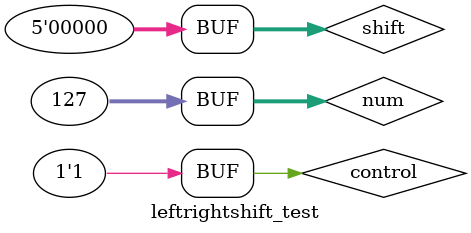
<source format=v>
`timescale 1ns / 1ps


module leftrightshift_test;

	// Inputs
	reg control;
	reg [4:0] shift;
	reg [31:0] num;

	// Outputs
	wire [31:0] out;

	// Instantiate the Unit Under Test (UUT)
	leftrightshift uut (
		.control(control), 
		.shift(shift), 
		.num(num), 
		.out(out)
	);

	initial begin
		// Initialize Inputs
		control = 0;
		shift = 0;
		num = 0;

		// Wait 100 ns for global reset to finish
		#100;
        
		// Add stimulus here
	
		control = 0; shift = 6; num = 127;
		#100;
		control = 1; shift = 6; num = 127;
		#100;
		control = 0; shift = 3; num = 31;
		#100;
		control = 1; shift = 3; num = 31;
		#100;
		control = 0; shift = 31; num = 127;
		#100;
		control = 1; shift = 31; num = 127;
		#100;
		control = 0; shift = 0; num = 127;
		#100;
		control = 1; shift = 0; num = 127;
		#100;

		
	end
      
endmodule


</source>
